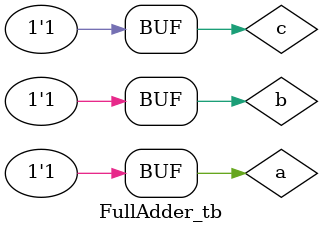
<source format=v>
module FullAdder_tb;
  reg a,b,c;
  wire Sout,Cout;
  
 FullAdder  FA1(Sout,Cout,a,b,c);
  initial 
  begin
    a=0;
    b=0;
    c=0;
    #10;
    a=0;
    b=0;
    c=1;
    #10;
    a=0;
    b=1;
    c=0;
    #10;
    a=0;
    b=1;
    c=1;
    #10;
    a=1;
    b=0;
    c=0;
    #10; 
    a=1;
    b=0;
    c=1;
    #10; 
    a=1;
    b=1;
    c=0;
    #10;
    a=1;
    b=1;
    c=1;
    #10;
    
  end
  
endmodule 

</source>
